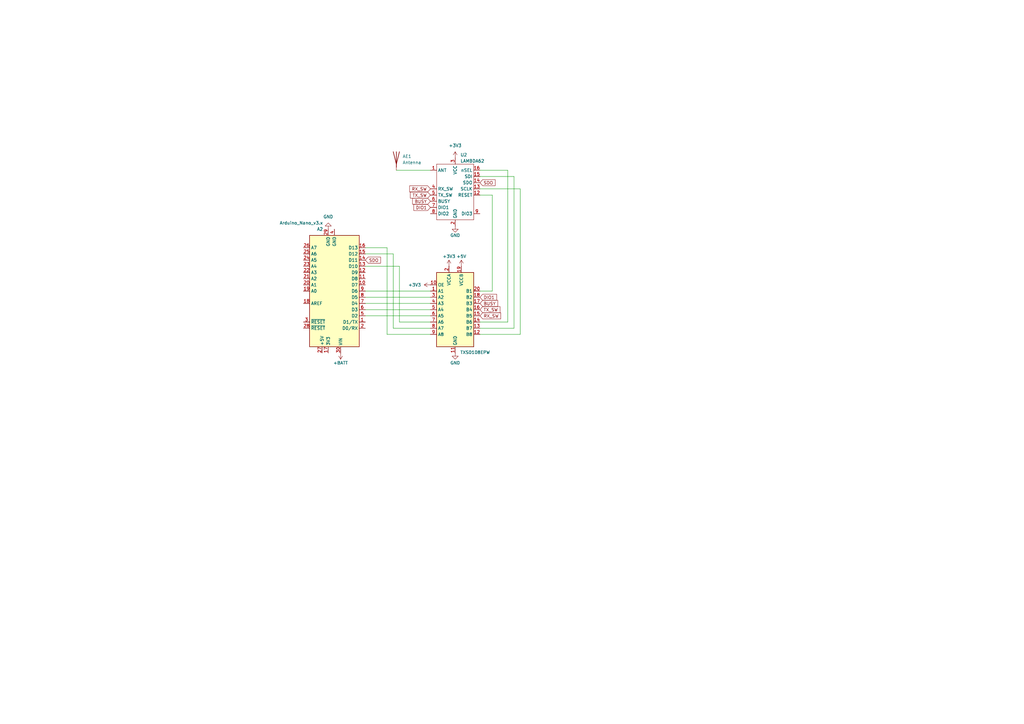
<source format=kicad_sch>
(kicad_sch (version 20250114) (generator "eeschema") (generator_version "9.0")
  (paper "A3")
  (lib_symbols
    (symbol "Device:Antenna" (pin_numbers (hide yes)) (pin_names (offset 1.016) (hide yes))
      (property "Reference" "AE" (at -1.905 1.905 0))
      (property "Value" "Antenna" (at -1.905 0 0))
      (symbol "Antenna_0_1"
        (polyline (pts (xy 0 2.54) (xy 0 -3.81)) (stroke (width 0.254)))
        (polyline (pts (xy 1.27 2.54) (xy 0 -2.54) (xy -1.27 2.54)) (stroke (width 0.254)))
      )
      (symbol "Antenna_1_1"
        (pin input line (at 0 -5.08 90) (length 2.54) (name "A") (number "1"))
      )
    )
    (symbol "LAMBDA62:LAMBDA62"
      (property "Reference" "U" (at -5.08 0 0))
      (property "Value" "LAMBDA62" (at 5.842 -13.208 0))
      (symbol "LAMBDA62_0_1"
        (rectangle (start -10.16 11.43) (end 5.08 -11.43))
      )
      (symbol "LAMBDA62_1_1"
        (pin input line (at -12.7 8.89 0) (length 2.54) (name "ANT") (number "1"))
        (pin input line (at -12.7 1.27 0) (length 2.54) (name "RX_SW") (number "4"))
        (pin input line (at -12.7 -1.27 0) (length 2.54) (name "TX_SW") (number "5"))
        (pin output line (at -12.7 -3.81 0) (length 2.54) (name "BUSY") (number "6"))
        (pin output line (at -12.7 -6.35 0) (length 2.54) (name "DIO1") (number "7"))
        (pin output line (at -12.7 -8.89 0) (length 2.54) (name "DIO2") (number "8"))
        (pin power_in line (at -2.54 13.97 270) (length 2.54) (name "VCC") (number "3"))
        (pin power_out line (at -2.54 -13.97 90) (length 2.54) (name "GND") (number "2"))
        (pin input line (at 7.62 8.89 180) (length 2.54) (name "nSEL") (number "16"))
        (pin input line (at 7.62 6.35 180) (length 2.54) (name "SDI") (number "15"))
        (pin output line (at 7.62 3.81 180) (length 2.54) (name "SDO") (number "14"))
        (pin input line (at 7.62 1.27 180) (length 2.54) (name "SCLK") (number "13"))
        (pin input line (at 7.62 -1.27 180) (length 2.54) (name "RESET") (number "12"))
        (pin output line (at 7.62 -8.89 180) (length 2.54) (name "DIO3") (number "9"))
      )
    )
    (symbol "Logic_LevelTranslator:TXS0108EPW"
      (property "Reference" "U" (at -6.35 16.51 0))
      (property "Value" "TXS0108EPW" (at 3.81 16.51 0))
      (symbol "TXS0108EPW_0_1"
        (rectangle (start -7.62 15.24) (end 7.62 -15.24) (stroke (width 0.254)) (fill (type background)))
      )
      (symbol "TXS0108EPW_1_1"
        (pin input line (at -10.16 10.16 0) (length 2.54) (name "OE") (number "10"))
        (pin bidirectional line (at -10.16 7.62 0) (length 2.54) (name "A1") (number "1"))
        (pin bidirectional line (at -10.16 5.08 0) (length 2.54) (name "A2") (number "3"))
        (pin bidirectional line (at -10.16 2.54 0) (length 2.54) (name "A3") (number "4"))
        (pin bidirectional line (at -10.16 0 0) (length 2.54) (name "A4") (number "5"))
        (pin bidirectional line (at -10.16 -2.54 0) (length 2.54) (name "A5") (number "6"))
        (pin bidirectional line (at -10.16 -5.08 0) (length 2.54) (name "A6") (number "7"))
        (pin bidirectional line (at -10.16 -7.62 0) (length 2.54) (name "A7") (number "8"))
        (pin bidirectional line (at -10.16 -10.16 0) (length 2.54) (name "A8") (number "9"))
        (pin power_in line (at -2.54 17.78 270) (length 2.54) (name "VCCA") (number "2"))
        (pin power_in line (at 0 -17.78 90) (length 2.54) (name "GND") (number "11"))
        (pin power_in line (at 2.54 17.78 270) (length 2.54) (name "VCCB") (number "19"))
        (pin bidirectional line (at 10.16 7.62 180) (length 2.54) (name "B1") (number "20"))
        (pin bidirectional line (at 10.16 5.08 180) (length 2.54) (name "B2") (number "18"))
        (pin bidirectional line (at 10.16 2.54 180) (length 2.54) (name "B3") (number "17"))
        (pin bidirectional line (at 10.16 0 180) (length 2.54) (name "B4") (number "16"))
        (pin bidirectional line (at 10.16 -2.54 180) (length 2.54) (name "B5") (number "15"))
        (pin bidirectional line (at 10.16 -5.08 180) (length 2.54) (name "B6") (number "14"))
        (pin bidirectional line (at 10.16 -7.62 180) (length 2.54) (name "B7") (number "13"))
        (pin bidirectional line (at 10.16 -10.16 180) (length 2.54) (name "B8") (number "12"))
      )
    )
    (symbol "MCU_Module:Arduino_Nano_v3.x"
      (property "Reference" "A" (at -10.16 23.495 0))
      (property "Value" "Arduino_Nano_v3.x" (at 5.08 -24.13 0))
      (symbol "Arduino_Nano_v3.x_0_1"
        (rectangle (start -10.16 22.86) (end 10.16 -22.86) (stroke (width 0.254)) (fill (type background)))
      )
      (symbol "Arduino_Nano_v3.x_1_1"
        (pin bidirectional line (at -12.7 15.24 0) (length 2.54) (name "D0/RX") (number "2"))
        (pin bidirectional line (at -12.7 12.7 0) (length 2.54) (name "D1/TX") (number "1"))
        (pin bidirectional line (at -12.7 10.16 0) (length 2.54) (name "D2") (number "5"))
        (pin bidirectional line (at -12.7 7.62 0) (length 2.54) (name "D3") (number "6"))
        (pin bidirectional line (at -12.7 5.08 0) (length 2.54) (name "D4") (number "7"))
        (pin bidirectional line (at -12.7 2.54 0) (length 2.54) (name "D5") (number "8"))
        (pin bidirectional line (at -12.7 0 0) (length 2.54) (name "D6") (number "9"))
        (pin bidirectional line (at -12.7 -2.54 0) (length 2.54) (name "D7") (number "10"))
        (pin bidirectional line (at -12.7 -5.08 0) (length 2.54) (name "D8") (number "11"))
        (pin bidirectional line (at -12.7 -7.62 0) (length 2.54) (name "D9") (number "12"))
        (pin bidirectional line (at -12.7 -10.16 0) (length 2.54) (name "D10") (number "13"))
        (pin bidirectional line (at -12.7 -12.7 0) (length 2.54) (name "D11") (number "14"))
        (pin bidirectional line (at -12.7 -15.24 0) (length 2.54) (name "D12") (number "15"))
        (pin bidirectional line (at -12.7 -17.78 0) (length 2.54) (name "D13") (number "16"))
        (pin power_in line (at -2.54 25.4 270) (length 2.54) (name "VIN") (number "30"))
        (pin power_in line (at 0 -25.4 90) (length 2.54) (name "GND") (number "4"))
        (pin power_out line (at 2.54 25.4 270) (length 2.54) (name "3V3") (number "17"))
        (pin power_in line (at 2.54 -25.4 90) (length 2.54) (name "GND") (number "29"))
        (pin power_out line (at 5.08 25.4 270) (length 2.54) (name "+5V") (number "27"))
        (pin input line (at 12.7 15.24 180) (length 2.54) (name "~{RESET}") (number "28"))
        (pin input line (at 12.7 12.7 180) (length 2.54) (name "~{RESET}") (number "3"))
        (pin input line (at 12.7 5.08 180) (length 2.54) (name "AREF") (number "18"))
        (pin bidirectional line (at 12.7 0 180) (length 2.54) (name "A0") (number "19"))
        (pin bidirectional line (at 12.7 -2.54 180) (length 2.54) (name "A1") (number "20"))
        (pin bidirectional line (at 12.7 -5.08 180) (length 2.54) (name "A2") (number "21"))
        (pin bidirectional line (at 12.7 -7.62 180) (length 2.54) (name "A3") (number "22"))
        (pin bidirectional line (at 12.7 -10.16 180) (length 2.54) (name "A4") (number "23"))
        (pin bidirectional line (at 12.7 -12.7 180) (length 2.54) (name "A5") (number "24"))
        (pin bidirectional line (at 12.7 -15.24 180) (length 2.54) (name "A6") (number "25"))
        (pin bidirectional line (at 12.7 -17.78 180) (length 2.54) (name "A7") (number "26"))
      )
    )
    (symbol "power:+3.3V" (power) (pin_numbers (hide yes)) (pin_names (offset 0) (hide yes))
      (property "Value" "+3.3V" (at 0 3.556 0))
      (symbol "+3.3V_0_1"
        (polyline (pts (xy -0.762 1.27) (xy 0 2.54)))
        (polyline (pts (xy 0 2.54) (xy 0.762 1.27)))
        (polyline (pts (xy 0 0) (xy 0 2.54)))
      )
      (symbol "+3.3V_1_1"
        (pin power_in line (at 0 0 90) (length 0) (name "~") (number "1"))
      )
    )
    (symbol "power:+3V3" (power) (pin_numbers (hide yes)) (pin_names (offset 0) (hide yes))
      (property "Value" "+3V3" (at 0 3.556 0))
      (symbol "+3V3_0_1"
        (polyline (pts (xy -0.762 1.27) (xy 0 2.54)))
        (polyline (pts (xy 0 2.54) (xy 0.762 1.27)))
        (polyline (pts (xy 0 0) (xy 0 2.54)))
      )
      (symbol "+3V3_1_1"
        (pin power_in line (at 0 0 90) (length 0) (name "~") (number "1"))
      )
    )
    (symbol "power:+5V" (power) (pin_numbers (hide yes)) (pin_names (offset 0) (hide yes))
      (property "Value" "+5V" (at 0 3.556 0))
      (symbol "+5V_0_1"
        (polyline (pts (xy -0.762 1.27) (xy 0 2.54)))
        (polyline (pts (xy 0 2.54) (xy 0.762 1.27)))
        (polyline (pts (xy 0 0) (xy 0 2.54)))
      )
      (symbol "+5V_1_1"
        (pin power_in line (at 0 0 90) (length 0) (name "~") (number "1"))
      )
    )
    (symbol "power:+BATT" (power) (pin_numbers (hide yes)) (pin_names (offset 0) (hide yes))
      (property "Value" "+BATT" (at 0 3.556 0))
      (symbol "+BATT_0_1"
        (polyline (pts (xy -0.762 1.27) (xy 0 2.54)))
        (polyline (pts (xy 0 2.54) (xy 0.762 1.27)))
        (polyline (pts (xy 0 0) (xy 0 2.54)))
      )
      (symbol "+BATT_1_1"
        (pin power_in line (at 0 0 90) (length 0) (name "~") (number "1"))
      )
    )
    (symbol "power:GND" (power) (pin_numbers (hide yes)) (pin_names (offset 0) (hide yes))
      (property "Value" "GND" (at 0 -3.81 0))
      (symbol "GND_0_1"
        (polyline (pts (xy 0 0) (xy 0 -1.27) (xy 1.27 -1.27) (xy 0 -2.54) (xy -1.27 -1.27) (xy 0 -1.27)))
      )
      (symbol "GND_1_1"
        (pin power_in line (at 0 0 270) (length 0) (name "~") (number "1"))
      )
    )
  )
  (wire (pts (xy 149.86 124.46) (xy 176.53 124.46)))
  (wire (pts (xy 196.85 134.62) (xy 210.82 134.62)))
  (wire (pts (xy 149.86 129.54) (xy 176.53 129.54)))
  (wire (pts (xy 201.93 80.01) (xy 196.85 80.01)))
  (wire (pts (xy 196.85 132.08) (xy 208.28 132.08)))
  (wire (pts (xy 149.86 104.14) (xy 161.29 104.14)))
  (wire (pts (xy 149.86 101.6) (xy 158.75 101.6)))
  (wire (pts (xy 163.83 109.22) (xy 163.83 132.08)))
  (wire (pts (xy 208.28 69.85) (xy 196.85 69.85)))
  (wire (pts (xy 196.85 137.16) (xy 213.36 137.16)))
  (wire (pts (xy 213.36 137.16) (xy 213.36 77.47)))
  (wire (pts (xy 162.56 69.85) (xy 176.53 69.85)))
  (wire (pts (xy 149.86 109.22) (xy 163.83 109.22)))
  (wire (pts (xy 158.75 137.16) (xy 176.53 137.16)))
  (wire (pts (xy 149.86 119.38) (xy 176.53 119.38)))
  (wire (pts (xy 149.86 127) (xy 176.53 127)))
  (wire (pts (xy 201.93 119.38) (xy 201.93 80.01)))
  (wire (pts (xy 213.36 77.47) (xy 196.85 77.47)))
  (wire (pts (xy 208.28 132.08) (xy 208.28 69.85)))
  (wire (pts (xy 163.83 132.08) (xy 176.53 132.08)))
  (wire (pts (xy 210.82 72.39) (xy 196.85 72.39)))
  (wire (pts (xy 161.29 104.14) (xy 161.29 134.62)))
  (wire (pts (xy 161.29 134.62) (xy 176.53 134.62)))
  (wire (pts (xy 158.75 101.6) (xy 158.75 137.16)))
  (wire (pts (xy 149.86 121.92) (xy 176.53 121.92)))
  (wire (pts (xy 210.82 134.62) (xy 210.82 72.39)))
  (wire (pts (xy 196.85 119.38) (xy 201.93 119.38)))
  (global_label "SDO" (shape input) (at 149.86 106.68 0) (property "Intersheetrefs" "${INTERSHEET_REFS}" (effects (hide yes))))
  (global_label "DIO1" (shape input) (at 176.53 85.09 180) (property "Intersheetrefs" "${INTERSHEET_REFS}" (effects (hide yes))))
  (global_label "RX_SW" (shape input) (at 196.85 129.54 0) (property "Intersheetrefs" "${INTERSHEET_REFS}" (effects (hide yes))))
  (global_label "RX_SW" (shape input) (at 176.53 77.47 180) (property "Intersheetrefs" "${INTERSHEET_REFS}" (effects (hide yes))))
  (global_label "TX_SW" (shape input) (at 196.85 127 0) (property "Intersheetrefs" "${INTERSHEET_REFS}" (effects (hide yes))))
  (global_label "TX_SW" (shape input) (at 176.53 80.01 180) (property "Intersheetrefs" "${INTERSHEET_REFS}" (effects (hide yes))))
  (global_label "SDO" (shape input) (at 196.85 74.93 0) (property "Intersheetrefs" "${INTERSHEET_REFS}" (effects (hide yes))))
  (global_label "DIO1" (shape input) (at 196.85 121.92 0) (property "Intersheetrefs" "${INTERSHEET_REFS}" (effects (hide yes))))
  (global_label "BUSY" (shape input) (at 196.85 124.46 0) (property "Intersheetrefs" "${INTERSHEET_REFS}" (effects (hide yes))))
  (global_label "BUSY" (shape input) (at 176.53 82.55 180) (property "Intersheetrefs" "${INTERSHEET_REFS}" (effects (hide yes))))
  (symbol (lib_id "power:GND") (at 186.69 92.71 0) (unit 1)
    (property "Reference" "#PWR08" (effects (hide yes)))
    (property "Value" "GND" (at 186.69 96.52 0))
    (property "Description" "Power symbol creates a global label with name \"GND\" , ground" (effects (hide yes)))
  )
  (symbol (lib_id "power:GND") (at 186.69 144.78 0) (unit 1)
    (property "Reference" "#PWR07" (effects (hide yes)))
    (property "Value" "GND" (at 186.69 148.844 0))
    (property "Description" "Power symbol creates a global label with name \"GND\" , ground" (effects (hide yes)))
  )
  (symbol (lib_id "power:+BATT") (at 139.7 144.78 180) (unit 1)
    (property "Reference" "#PWR01" (effects (hide yes)))
    (property "Value" "+BATT" (at 139.7 148.844 0))
    (property "Description" "Power symbol creates a global label with name \"+BATT\"" (effects (hide yes)))
  )
  (symbol (lib_id "LAMBDA62:LAMBDA62") (at 189.23 78.74 0) (unit 1)
    (property "Reference" "U2" (at 188.8333 63.5 0) (effects (justify left)))
    (property "Value" "LAMBDA62" (at 188.8333 66.04 0) (effects (justify left)))
  )
  (symbol (lib_id "power:+5V") (at 189.23 109.22 0) (unit 1)
    (property "Reference" "#PWR06" (effects (hide yes)))
    (property "Value" "+5V" (at 189.23 105.156 0))
    (property "Description" "Power symbol creates a global label with name \"+5V\"" (effects (hide yes)))
  )
  (symbol (lib_id "power:+3V3") (at 186.69 64.77 0) (unit 1)
    (property "Reference" "#PWR09" (effects (hide yes)))
    (property "Value" "+3V3" (at 186.69 59.69 0))
    (property "Description" "Power symbol creates a global label with name \"+3V3\"" (effects (hide yes)))
  )
  (symbol (lib_id "power:GND") (at 134.62 93.98 180) (unit 1)
    (property "Reference" "#PWR010" (effects (hide yes)))
    (property "Value" "GND" (at 134.62 88.9 0))
    (property "Description" "Power symbol creates a global label with name \"GND\" , ground" (effects (hide yes)))
  )
  (symbol (lib_id "MCU_Module:Arduino_Nano_v3.x") (at 137.16 119.38 180) (unit 1)
    (property "Reference" "A2" (at 132.4767 93.98 0) (effects (justify left)))
    (property "Value" "Arduino_Nano_v3.x" (at 132.4767 91.44 0) (effects (justify left)))
    (property "Footprint" "Module:Arduino_Nano" (effects (hide yes)))
    (property "Datasheet" "http://www.mouser.com/pdfdocs/Gravitech_Arduino_Nano3_0.pdf" (effects (hide yes)))
    (property "Description" "Arduino Nano v3.x" (effects (hide yes)))
  )
  (symbol (lib_id "power:+3.3V") (at 184.15 109.22 0) (unit 1)
    (property "Reference" "#PWR05" (effects (hide yes)))
    (property "Value" "+3V3" (at 184.15 105.156 0))
    (property "Description" "Power symbol creates a global label with name \"+3.3V\"" (effects (hide yes)))
  )
  (symbol (lib_id "Device:Antenna") (at 162.56 64.77 0) (unit 1)
    (property "Reference" "AE1" (at 165.1 64.1349 0) (effects (justify left)))
    (property "Value" "Antenna" (at 165.1 66.6749 0) (effects (justify left)))
    (property "Description" "Antenna" (effects (hide yes)))
  )
  (symbol (lib_id "power:+3.3V") (at 176.53 116.84 90) (unit 1)
    (property "Reference" "#PWR03" (effects (hide yes)))
    (property "Value" "+3V3" (at 172.72 116.8399 90) (effects (justify left)))
    (property "Description" "Power symbol creates a global label with name \"+3.3V\"" (effects (hide yes)))
  )
  (symbol (lib_id "Logic_LevelTranslator:TXS0108EPW") (at 186.69 127 0) (unit 1)
    (property "Reference" "U1" (effects (hide yes)))
    (property "Value" "TXS0108EPW" (at 188.722 144.526 0) (effects (justify left)))
    (property "Footprint" "Package_SO:TSSOP-20_4.4x6.5mm_P0.65mm" (effects (hide yes)))
    (property "Datasheet" "www.ti.com/lit/ds/symlink/txs0108e.pdf" (effects (hide yes)))
    (property "Description" "Bidirectional  level-shifting voltage translator, TSSOP-20" (effects (hide yes)))
  )
)
</source>
